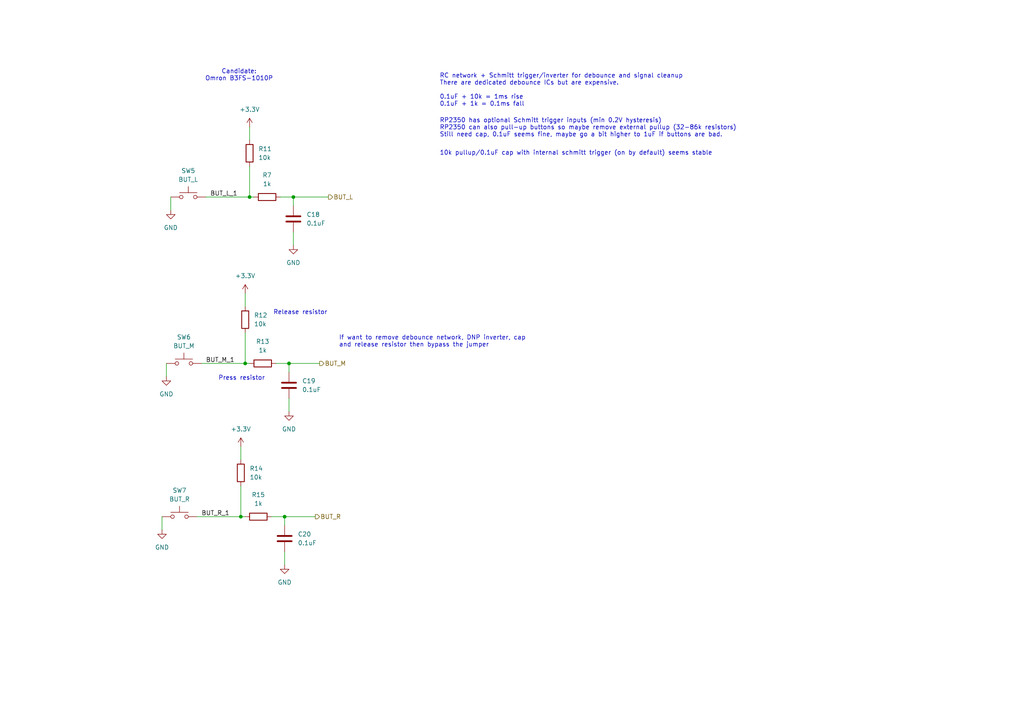
<source format=kicad_sch>
(kicad_sch (version 20231120) (generator "eeschema") (generator_version "8.0")
  (paper "A4")
  (lib_symbols
    (symbol "Device:C" (pin_numbers hide) (pin_names (offset 0.254))
      (property "Reference" "C" (at 0.635 2.54 0))
      (property "Value" "C" (at 0.635 -2.54 0))
      (symbol "C_0_1"
        (polyline (pts (xy -2.032 -0.762) (xy 2.032 -0.762)) (stroke (width 0.508)))
        (polyline (pts (xy -2.032 0.762) (xy 2.032 0.762)) (stroke (width 0.508)))
      )
      (symbol "C_1_1"
        (pin passive line (at 0 3.81 270) (length 2.794) (name "~") (number "1"))
        (pin passive line (at 0 -3.81 90) (length 2.794) (name "~") (number "2"))
      )
    )
    (symbol "Device:R" (pin_numbers hide) (pin_names (offset 0))
      (property "Reference" "R" (at 2.032 0 90))
      (property "Value" "R" (at 0 0 90))
      (symbol "R_0_1"
        (rectangle (start -1.016 -2.54) (end 1.016 2.54) (stroke (width 0.254)))
      )
      (symbol "R_1_1"
        (pin passive line (at 0 3.81 270) (length 1.27) (name "~") (number "1"))
        (pin passive line (at 0 -3.81 90) (length 1.27) (name "~") (number "2"))
      )
    )
    (symbol "Switch:SW_Push" (pin_numbers hide) (pin_names (offset 1.016) hide)
      (property "Reference" "SW" (at 1.27 2.54 0))
      (property "Value" "SW_Push" (at 0 -1.524 0))
      (symbol "SW_Push_0_1"
        (circle (center -2.032 0) (radius 0.508))
        (polyline (pts (xy 0 1.27) (xy 0 3.048)))
        (polyline (pts (xy 2.54 1.27) (xy -2.54 1.27)))
        (circle (center 2.032 0) (radius 0.508))
        (pin passive line (at -5.08 0 0) (length 2.54) (name "1") (number "1"))
        (pin passive line (at 5.08 0 180) (length 2.54) (name "2") (number "2"))
      )
    )
    (symbol "power:+3.3V" (power) (pin_names (offset 0))
      (property "Value" "+3.3V" (at 0 3.556 0))
      (symbol "+3.3V_0_1"
        (polyline (pts (xy -0.762 1.27) (xy 0 2.54)))
        (polyline (pts (xy 0 0) (xy 0 2.54)))
        (polyline (pts (xy 0 2.54) (xy 0.762 1.27)))
      )
      (symbol "+3.3V_1_1"
        (pin power_in line (at 0 0 90) (length 0) hide (name "+3.3V") (number "1"))
      )
    )
    (symbol "power:GND" (power) (pin_names (offset 0))
      (property "Value" "GND" (at 0 -3.81 0))
      (symbol "GND_0_1"
        (polyline (pts (xy 0 0) (xy 0 -1.27) (xy 1.27 -1.27) (xy 0 -2.54) (xy -1.27 -1.27) (xy 0 -1.27)))
      )
      (symbol "GND_1_1"
        (pin power_in line (at 0 0 270) (length 0) hide (name "GND") (number "1"))
      )
    )
  )
  (junction (at 83.82 105.41))
  (junction (at 82.55 149.86))
  (junction (at 72.39 57.15))
  (junction (at 69.85 149.86))
  (junction (at 71.12 105.41))
  (junction (at 85.09 57.15))
  (wire (pts (xy 72.39 57.15) (xy 73.66 57.15)))
  (wire (pts (xy 81.28 57.15) (xy 85.09 57.15)))
  (wire (pts (xy 85.09 67.31) (xy 85.09 71.12)))
  (wire (pts (xy 46.99 149.86) (xy 46.99 153.67)))
  (wire (pts (xy 59.69 57.15) (xy 72.39 57.15)))
  (wire (pts (xy 71.12 96.52) (xy 71.12 105.41)))
  (wire (pts (xy 85.09 57.15) (xy 85.09 59.69)))
  (wire (pts (xy 82.55 149.86) (xy 82.55 152.4)))
  (wire (pts (xy 71.12 105.41) (xy 72.39 105.41)))
  (wire (pts (xy 78.74 149.86) (xy 82.55 149.86)))
  (wire (pts (xy 82.55 149.86) (xy 91.44 149.86)))
  (wire (pts (xy 83.82 105.41) (xy 92.71 105.41)))
  (wire (pts (xy 69.85 140.97) (xy 69.85 149.86)))
  (wire (pts (xy 69.85 149.86) (xy 71.12 149.86)))
  (wire (pts (xy 58.42 105.41) (xy 71.12 105.41)))
  (wire (pts (xy 48.26 105.41) (xy 48.26 109.22)))
  (wire (pts (xy 72.39 36.83) (xy 72.39 40.64)))
  (wire (pts (xy 71.12 85.09) (xy 71.12 88.9)))
  (wire (pts (xy 80.01 105.41) (xy 83.82 105.41)))
  (wire (pts (xy 82.55 160.02) (xy 82.55 163.83)))
  (wire (pts (xy 85.09 57.15) (xy 95.25 57.15)))
  (wire (pts (xy 72.39 48.26) (xy 72.39 57.15)))
  (wire (pts (xy 57.15 149.86) (xy 69.85 149.86)))
  (wire (pts (xy 83.82 105.41) (xy 83.82 107.95)))
  (wire (pts (xy 83.82 115.57) (xy 83.82 119.38)))
  (wire (pts (xy 49.53 57.15) (xy 49.53 60.96)))
  (wire (pts (xy 69.85 129.54) (xy 69.85 133.35)))
  (text "Release resistor" (at 87.122 90.678 0) (effects (font (size 1.27 1.27))))
  (text "RC network + Schmitt trigger/inverter for debounce and signal cleanup\nThere are dedicated debounce ICs but are expensive.\n\n0.1uF + 10k = 1ms rise\n0.1uF + 1k = 0.1ms fall" (at 127.508 26.162 0) (effects (font (size 1.27 1.27)) (justify left)))
  (text "Press resistor" (at 70.104 109.728 0) (effects (font (size 1.27 1.27))))
  (text "RP2350 has optional Schmitt trigger inputs (min 0.2V hysteresis)\nRP2350 can also pull-up buttons so maybe remove external pullup (32-86k resistors)\nStill need cap, 0.1uF seems fine, maybe go a bit higher to 1uF if buttons are bad." (at 127.508 37.084 0) (effects (font (size 1.27 1.27)) (justify left)))
  (text "Candidate:\nOmron B3FS-1010P" (at 69.342 21.844 0) (effects (font (size 1.27 1.27))))
  (text "If want to remove debounce network, DNP inverter, cap\nand release resistor then bypass the jumper" (at 98.298 99.06 0) (effects (font (size 1.27 1.27)) (justify left)))
  (text "10k pullup/0.1uF cap with internal schmitt trigger (on by default) seems stable" (at 127.508 44.45 0) (effects (font (size 1.27 1.27)) (justify left)))
  (label "BUT_M_1" (at 59.69 105.41 0))
  (label "BUT_R_1" (at 58.42 149.86 0))
  (label "BUT_L_1" (at 60.96 57.15 0))
  (hierarchical_label "BUT_L" (shape output) (at 95.25 57.15 0))
  (hierarchical_label "BUT_M" (shape output) (at 92.71 105.41 0))
  (hierarchical_label "BUT_R" (shape output) (at 91.44 149.86 0))
  (symbol (lib_id "Device:C") (at 85.09 63.5 0) (unit 1)
    (property "Reference" "C18" (at 88.9 62.2299 0) (effects (justify left)))
    (property "Value" "0.1uF" (at 88.9 64.7699 0) (effects (justify left)))
    (property "Footprint" "Capacitor_SMD:C_0402_1005Metric" (effects (hide yes)))
    (property "Description" "Unpolarized capacitor" (effects (hide yes)))
  )
  (symbol (lib_id "Device:R") (at 77.47 57.15 270) (unit 1)
    (property "Reference" "R7" (at 77.47 50.8 90))
    (property "Value" "1k" (at 77.47 53.34 90))
    (property "Footprint" "Capacitor_SMD:C_0402_1005Metric" (effects (hide yes)))
    (property "Description" "Resistor" (effects (hide yes)))
  )
  (symbol (lib_id "Switch:SW_Push") (at 54.61 57.15 0) (unit 1)
    (property "Reference" "SW5" (at 54.61 49.53 0))
    (property "Value" "BUT_L" (at 54.61 52.07 0))
    (property "Footprint" "Button_Switch_SMD:SW_SPST_Omron_B3FS-101xP" (effects (hide yes)))
    (property "Description" "Push button switch, generic, two pins" (effects (hide yes)))
  )
  (symbol (lib_id "power:GND") (at 82.55 163.83 0) (unit 1)
    (property "Reference" "#PWR078" (effects (hide yes)))
    (property "Value" "GND" (at 82.55 168.91 0))
  )
  (symbol (lib_id "power:GND") (at 49.53 60.96 0) (unit 1)
    (property "Reference" "#PWR068" (effects (hide yes)))
    (property "Value" "GND" (at 49.53 66.04 0))
  )
  (symbol (lib_id "power:GND") (at 46.99 153.67 0) (unit 1)
    (property "Reference" "#PWR076" (effects (hide yes)))
    (property "Value" "GND" (at 46.99 158.75 0))
  )
  (symbol (lib_id "Device:C") (at 83.82 111.76 0) (unit 1)
    (property "Reference" "C19" (at 87.63 110.4899 0) (effects (justify left)))
    (property "Value" "0.1uF" (at 87.63 113.0299 0) (effects (justify left)))
    (property "Footprint" "Capacitor_SMD:C_0402_1005Metric" (effects (hide yes)))
    (property "Description" "Unpolarized capacitor" (effects (hide yes)))
  )
  (symbol (lib_id "Device:R") (at 69.85 137.16 180) (unit 1)
    (property "Reference" "R14" (at 72.39 135.8899 0) (effects (justify right)))
    (property "Value" "10k" (at 72.39 138.4299 0) (effects (justify right)))
    (property "Footprint" "Resistor_SMD:R_0402_1005Metric" (effects (hide yes)))
    (property "Description" "Resistor" (effects (hide yes)))
  )
  (symbol (lib_id "Device:R") (at 72.39 44.45 180) (unit 1)
    (property "Reference" "R11" (at 74.93 43.1799 0) (effects (justify right)))
    (property "Value" "10k" (at 74.93 45.7199 0) (effects (justify right)))
    (property "Footprint" "Resistor_SMD:R_0402_1005Metric" (effects (hide yes)))
    (property "Description" "Resistor" (effects (hide yes)))
  )
  (symbol (lib_id "power:GND") (at 48.26 109.22 0) (unit 1)
    (property "Reference" "#PWR073" (effects (hide yes)))
    (property "Value" "GND" (at 48.26 114.3 0))
  )
  (symbol (lib_id "power:+3.3V") (at 71.12 85.09 0) (mirror y) (unit 1)
    (property "Reference" "#PWR074" (effects (hide yes)))
    (property "Value" "+3.3V" (at 71.12 80.01 0))
  )
  (symbol (lib_id "Device:R") (at 76.2 105.41 270) (unit 1)
    (property "Reference" "R13" (at 76.2 99.06 90))
    (property "Value" "1k" (at 76.2 101.6 90))
    (property "Footprint" "Resistor_SMD:R_0402_1005Metric" (effects (hide yes)))
    (property "Description" "Resistor" (effects (hide yes)))
  )
  (symbol (lib_id "Switch:SW_Push") (at 52.07 149.86 0) (unit 1)
    (property "Reference" "SW7" (at 52.07 142.24 0))
    (property "Value" "BUT_R" (at 52.07 144.78 0))
    (property "Footprint" "Button_Switch_SMD:SW_SPST_Omron_B3FS-101xP" (effects (hide yes)))
    (property "Description" "Push button switch, generic, two pins" (effects (hide yes)))
  )
  (symbol (lib_id "power:GND") (at 83.82 119.38 0) (unit 1)
    (property "Reference" "#PWR075" (effects (hide yes)))
    (property "Value" "GND" (at 83.82 124.46 0))
  )
  (symbol (lib_id "power:+3.3V") (at 72.39 36.83 0) (mirror y) (unit 1)
    (property "Reference" "#PWR072" (effects (hide yes)))
    (property "Value" "+3.3V" (at 72.39 31.75 0))
  )
  (symbol (lib_id "Device:C") (at 82.55 156.21 0) (unit 1)
    (property "Reference" "C20" (at 86.36 154.9399 0) (effects (justify left)))
    (property "Value" "0.1uF" (at 86.36 157.4799 0) (effects (justify left)))
    (property "Footprint" "Capacitor_SMD:C_0402_1005Metric" (effects (hide yes)))
    (property "Description" "Unpolarized capacitor" (effects (hide yes)))
  )
  (symbol (lib_id "Device:R") (at 71.12 92.71 180) (unit 1)
    (property "Reference" "R12" (at 73.66 91.4399 0) (effects (justify right)))
    (property "Value" "10k" (at 73.66 93.9799 0) (effects (justify right)))
    (property "Footprint" "Resistor_SMD:R_0402_1005Metric" (effects (hide yes)))
    (property "Description" "Resistor" (effects (hide yes)))
  )
  (symbol (lib_id "Device:R") (at 74.93 149.86 270) (unit 1)
    (property "Reference" "R15" (at 74.93 143.51 90))
    (property "Value" "1k" (at 74.93 146.05 90))
    (property "Footprint" "Resistor_SMD:R_0402_1005Metric" (effects (hide yes)))
    (property "Description" "Resistor" (effects (hide yes)))
  )
  (symbol (lib_id "power:+3.3V") (at 69.85 129.54 0) (mirror y) (unit 1)
    (property "Reference" "#PWR077" (effects (hide yes)))
    (property "Value" "+3.3V" (at 69.85 124.46 0))
  )
  (symbol (lib_id "power:GND") (at 85.09 71.12 0) (unit 1)
    (property "Reference" "#PWR071" (effects (hide yes)))
    (property "Value" "GND" (at 85.09 76.2 0))
  )
  (symbol (lib_id "Switch:SW_Push") (at 53.34 105.41 0) (unit 1)
    (property "Reference" "SW6" (at 53.34 97.79 0))
    (property "Value" "BUT_M" (at 53.34 100.33 0))
    (property "Footprint" "Button_Switch_SMD:SW_SPST_Omron_B3FS-101xP" (effects (hide yes)))
    (property "Description" "Push button switch, generic, two pins" (effects (hide yes)))
  )
)
</source>
